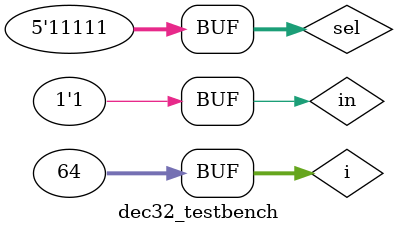
<source format=sv>
`timescale 1ps/1ps

module dec32(out, in, sel);//32 bit decoder
	// output is a 32-bit signal, either 0 or enabling one register
	output logic [31:0] out;
	
	// input signal is write enable
	input logic in;
	
	// register selection input
	input logic [4:0] sel;
	
	logic not_sel, topbit, not_topbit;
	
	// finding if write enabled and if the top bit is a 1 or 0
	not #50 n0 (not_sel, sel[4]);
	and #50 a0 (topbit, in, sel[4]);
	and #50 a1 (not_topbit, in, not_sel);
	
	// using building blocks for decoder
	dec16 d0 (.out(out[15:0]), .in(not_topbit), .sel(sel[3:0]));
	dec16 d1 (.out(out[31:16]), .in(topbit), .sel(sel[3:0]));
endmodule 

module dec32_testbench(); //testbench
	logic in;
	logic [4:0] sel;
	logic [31:0] out;
	
	dec32 dut (.out, .in, .sel);
	
	integer i;
	initial begin
		for(i=0; i<(64); i++) begin
			{in, sel[4], sel[3], sel[2], sel[1], sel[0]} = i; #400;
		end
	end
endmodule
</source>
